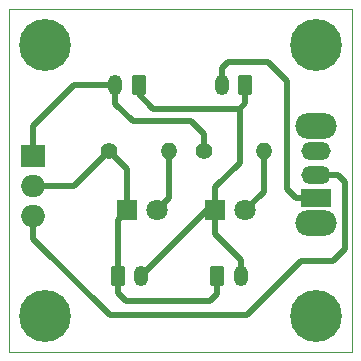
<source format=gtl>
%TF.GenerationSoftware,KiCad,Pcbnew,(6.0.1)*%
%TF.CreationDate,2022-02-07T13:50:03+01:00*%
%TF.ProjectId,Carte_elec_video_tigresse2,43617274-655f-4656-9c65-635f76696465,v1.0*%
%TF.SameCoordinates,PXa21fe80PY7de2900*%
%TF.FileFunction,Copper,L1,Top*%
%TF.FilePolarity,Positive*%
%FSLAX46Y46*%
G04 Gerber Fmt 4.6, Leading zero omitted, Abs format (unit mm)*
G04 Created by KiCad (PCBNEW (6.0.1)) date 2022-02-07 13:50:03*
%MOMM*%
%LPD*%
G01*
G04 APERTURE LIST*
G04 Aperture macros list*
%AMRoundRect*
0 Rectangle with rounded corners*
0 $1 Rounding radius*
0 $2 $3 $4 $5 $6 $7 $8 $9 X,Y pos of 4 corners*
0 Add a 4 corners polygon primitive as box body*
4,1,4,$2,$3,$4,$5,$6,$7,$8,$9,$2,$3,0*
0 Add four circle primitives for the rounded corners*
1,1,$1+$1,$2,$3*
1,1,$1+$1,$4,$5*
1,1,$1+$1,$6,$7*
1,1,$1+$1,$8,$9*
0 Add four rect primitives between the rounded corners*
20,1,$1+$1,$2,$3,$4,$5,0*
20,1,$1+$1,$4,$5,$6,$7,0*
20,1,$1+$1,$6,$7,$8,$9,0*
20,1,$1+$1,$8,$9,$2,$3,0*%
G04 Aperture macros list end*
%TA.AperFunction,Profile*%
%ADD10C,0.100000*%
%TD*%
%TA.AperFunction,ComponentPad*%
%ADD11R,2.000000X1.905000*%
%TD*%
%TA.AperFunction,ComponentPad*%
%ADD12O,2.000000X1.905000*%
%TD*%
%TA.AperFunction,ComponentPad*%
%ADD13RoundRect,0.250000X-0.350000X-0.625000X0.350000X-0.625000X0.350000X0.625000X-0.350000X0.625000X0*%
%TD*%
%TA.AperFunction,ComponentPad*%
%ADD14O,1.200000X1.750000*%
%TD*%
%TA.AperFunction,ComponentPad*%
%ADD15C,1.400000*%
%TD*%
%TA.AperFunction,ComponentPad*%
%ADD16O,1.400000X1.400000*%
%TD*%
%TA.AperFunction,ComponentPad*%
%ADD17R,1.800000X1.800000*%
%TD*%
%TA.AperFunction,ComponentPad*%
%ADD18C,1.800000*%
%TD*%
%TA.AperFunction,ComponentPad*%
%ADD19C,4.400000*%
%TD*%
%TA.AperFunction,ComponentPad*%
%ADD20O,3.500000X2.200000*%
%TD*%
%TA.AperFunction,ComponentPad*%
%ADD21R,2.500000X1.500000*%
%TD*%
%TA.AperFunction,ComponentPad*%
%ADD22O,2.500000X1.500000*%
%TD*%
%TA.AperFunction,ComponentPad*%
%ADD23RoundRect,0.250000X0.350000X0.625000X-0.350000X0.625000X-0.350000X-0.625000X0.350000X-0.625000X0*%
%TD*%
%TA.AperFunction,Conductor*%
%ADD24C,0.500000*%
%TD*%
G04 APERTURE END LIST*
D10*
X0Y0D02*
X29000000Y0D01*
X0Y29000000D02*
X0Y0D01*
X29000000Y29000000D02*
X0Y29000000D01*
X29000000Y0D02*
X29000000Y29000000D01*
D11*
%TO.P,Q1,1,G*%
%TO.N,Net-(J1-Pad2)*%
X2055000Y16540000D03*
D12*
%TO.P,Q1,2,S*%
%TO.N,Net-(D2-Pad1)*%
X2055000Y14000000D03*
%TO.P,Q1,3,D*%
%TO.N,Net-(Q1-Pad3)*%
X2055000Y11460000D03*
%TD*%
D13*
%TO.P,J2,1,Pin_1*%
%TO.N,Net-(D2-Pad1)*%
X9200000Y6450000D03*
D14*
%TO.P,J2,2,Pin_2*%
%TO.N,GND*%
X11200000Y6450000D03*
%TD*%
D15*
%TO.P,R2,1*%
%TO.N,Net-(D2-Pad1)*%
X8460000Y17000000D03*
D16*
%TO.P,R2,2*%
%TO.N,Net-(D2-Pad2)*%
X13540000Y17000000D03*
%TD*%
D17*
%TO.P,D1,1,K*%
%TO.N,GND*%
X17460000Y12000000D03*
D18*
%TO.P,D1,2,A*%
%TO.N,Net-(D1-Pad2)*%
X20000000Y12000000D03*
%TD*%
D17*
%TO.P,D2,1,K*%
%TO.N,Net-(D2-Pad1)*%
X10000000Y12000000D03*
D18*
%TO.P,D2,2,A*%
%TO.N,Net-(D2-Pad2)*%
X12540000Y12000000D03*
%TD*%
D19*
%TO.P,H1,1*%
%TO.N,N/C*%
X3000000Y26000000D03*
%TD*%
D20*
%TO.P,SW1,*%
%TO.N,*%
X26000000Y10900000D03*
X26000000Y19100000D03*
D21*
%TO.P,SW1,1,A*%
%TO.N,Net-(J4-Pad2)*%
X26000000Y13000000D03*
D22*
%TO.P,SW1,2,B*%
%TO.N,Net-(Q1-Pad3)*%
X26000000Y15000000D03*
%TO.P,SW1,3*%
%TO.N,N/C*%
X26000000Y17000000D03*
%TD*%
D13*
%TO.P,J3,1,Pin_1*%
%TO.N,Net-(D2-Pad1)*%
X17600000Y6450000D03*
D14*
%TO.P,J3,2,Pin_2*%
%TO.N,GND*%
X19600000Y6450000D03*
%TD*%
D23*
%TO.P,J4,1,Pin_1*%
%TO.N,GND*%
X20000000Y22550000D03*
D14*
%TO.P,J4,2,Pin_2*%
%TO.N,Net-(J4-Pad2)*%
X18000000Y22550000D03*
%TD*%
D15*
%TO.P,R1,1*%
%TO.N,Net-(J1-Pad2)*%
X16460000Y17000000D03*
D16*
%TO.P,R1,2*%
%TO.N,Net-(D1-Pad2)*%
X21540000Y17000000D03*
%TD*%
D23*
%TO.P,J1,1,Pin_1*%
%TO.N,GND*%
X11000000Y22550000D03*
D14*
%TO.P,J1,2,Pin_2*%
%TO.N,Net-(J1-Pad2)*%
X9000000Y22550000D03*
%TD*%
D19*
%TO.P,H2,1*%
%TO.N,N/C*%
X3000000Y3000000D03*
%TD*%
%TO.P,H3,1*%
%TO.N,N/C*%
X26000000Y3000000D03*
%TD*%
%TO.P,H4,1*%
%TO.N,N/C*%
X26000000Y26000000D03*
%TD*%
D24*
%TO.N,GND*%
X12200000Y20600000D02*
X19500000Y20600000D01*
X17460000Y12000000D02*
X17460000Y13960000D01*
X11000000Y21800000D02*
X12200000Y20600000D01*
X17460000Y13960000D02*
X19500000Y16000000D01*
X17460000Y9940000D02*
X17460000Y12000000D01*
X19600000Y6450000D02*
X19600000Y7800000D01*
X11000000Y22550000D02*
X11000000Y21800000D01*
X19600000Y7800000D02*
X17460000Y9940000D01*
X16750000Y12000000D02*
X17460000Y12000000D01*
X20000000Y21100000D02*
X20000000Y22550000D01*
X19500000Y20600000D02*
X20000000Y21100000D01*
X19500000Y16000000D02*
X19500000Y20600000D01*
X11200000Y6450000D02*
X16750000Y12000000D01*
%TO.N,Net-(J1-Pad2)*%
X5450000Y22550000D02*
X2055000Y19155000D01*
X9000000Y22550000D02*
X5450000Y22550000D01*
X16460000Y18440000D02*
X15400000Y19500000D01*
X15400000Y19500000D02*
X10500000Y19500000D01*
X16460000Y17000000D02*
X16460000Y18440000D01*
X10500000Y19500000D02*
X9000000Y21000000D01*
X2055000Y19155000D02*
X2055000Y16540000D01*
X9000000Y21000000D02*
X9000000Y22550000D01*
%TO.N,Net-(J4-Pad2)*%
X18000000Y22550000D02*
X18000000Y24000000D01*
X24300000Y13000000D02*
X26000000Y13000000D01*
X23500000Y22900000D02*
X23500000Y13800000D01*
X23500000Y13800000D02*
X24300000Y13000000D01*
X18500000Y24500000D02*
X21900000Y24500000D01*
X21900000Y24500000D02*
X23500000Y22900000D01*
X18000000Y24000000D02*
X18500000Y24500000D01*
%TO.N,Net-(D1-Pad2)*%
X21540000Y13540000D02*
X20000000Y12000000D01*
X21540000Y17000000D02*
X21540000Y13540000D01*
%TO.N,Net-(D2-Pad1)*%
X10000000Y15460000D02*
X10000000Y12000000D01*
X17000000Y4300000D02*
X17600000Y4900000D01*
X9200000Y6450000D02*
X9200000Y5000000D01*
X9900000Y4300000D02*
X17000000Y4300000D01*
X2055000Y14000000D02*
X5460000Y14000000D01*
X9200000Y5000000D02*
X9900000Y4300000D01*
X8460000Y17000000D02*
X10000000Y15460000D01*
X9200000Y11200000D02*
X9200000Y6450000D01*
X17600000Y4900000D02*
X17600000Y6450000D01*
X10000000Y12000000D02*
X9200000Y11200000D01*
X5460000Y14000000D02*
X8460000Y17000000D01*
%TO.N,Net-(D2-Pad2)*%
X13540000Y13000000D02*
X13540000Y17000000D01*
X12540000Y12000000D02*
X13540000Y13000000D01*
%TO.N,Net-(Q1-Pad3)*%
X28400000Y8700000D02*
X27400000Y7700000D01*
X8500000Y3100000D02*
X2055000Y9545000D01*
X26000000Y15000000D02*
X27800000Y15000000D01*
X27400000Y7700000D02*
X24700000Y7700000D01*
X27800000Y15000000D02*
X28400000Y14400000D01*
X24700000Y7700000D02*
X20100000Y3100000D01*
X20100000Y3100000D02*
X8500000Y3100000D01*
X2055000Y9545000D02*
X2055000Y11460000D01*
X28400000Y14400000D02*
X28400000Y8700000D01*
%TD*%
M02*

</source>
